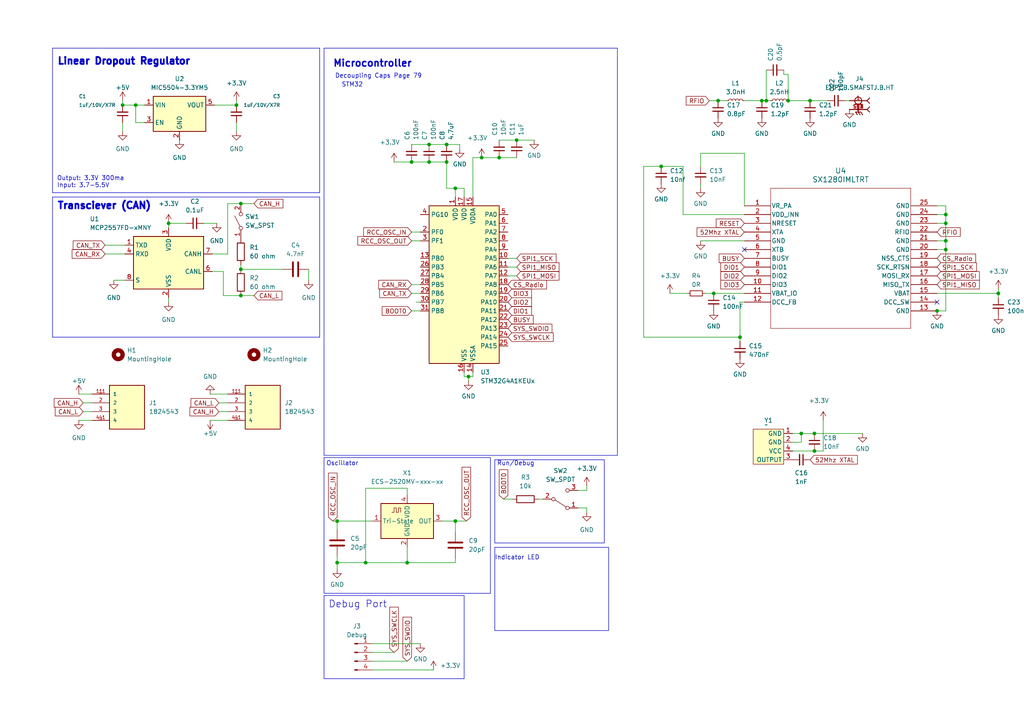
<source format=kicad_sch>
(kicad_sch (version 20230121) (generator eeschema)
  (paper "A4")
  (lib_symbols
    (symbol "+3.3V_1" (power) (pin_names (offset 0))
      (property "Value" "+3.3V_1" (at 0 3.556 0))
      (symbol "+3.3V_1_0_1"
        (polyline (pts (xy -0.762 1.27) (xy 0 2.54)))
        (polyline (pts (xy 0 0) (xy 0 2.54)))
        (polyline (pts (xy 0 2.54) (xy 0.762 1.27)))
      )
      (symbol "+3.3V_1_1_1"
        (pin power_in line (at 0 0 90) (length 0) hide (name "+3.3V") (number "1"))
      )
    )
    (symbol "+3.3V_2" (power) (pin_names (offset 0))
      (property "Value" "+3.3V_2" (at 0 3.556 0))
      (symbol "+3.3V_2_0_1"
        (polyline (pts (xy -0.762 1.27) (xy 0 2.54)))
        (polyline (pts (xy 0 0) (xy 0 2.54)))
        (polyline (pts (xy 0 2.54) (xy 0.762 1.27)))
      )
      (symbol "+3.3V_2_1_1"
        (pin power_in line (at 0 0 90) (length 0) hide (name "+3.3V") (number "1"))
      )
    )
    (symbol "Connector:1824543" (pin_names (offset 1.016))
      (property "Reference" "J" (at -5.08 5.842 0))
      (property "Value" "1824543" (at -5.08 -10.16 0))
      (symbol "1824543_0_0"
        (rectangle (start -5.08 -7.62) (end 5.08 5.08) (stroke (width 0.254)) (fill (type background)))
        (pin passive line (at -10.16 2.54 0) (length 5.08) (name "1") (number "1"))
        (pin passive line (at -10.16 2.54 0) (length 5.08) (name "1") (number "1_1"))
        (pin passive line (at -10.16 0 0) (length 5.08) (name "2") (number "2"))
        (pin passive line (at -10.16 -2.54 0) (length 5.08) (name "3") (number "3"))
        (pin passive line (at -10.16 -5.08 0) (length 5.08) (name "4") (number "4"))
        (pin passive line (at -10.16 -5.08 0) (length 5.08) (name "4") (number "4_1"))
      )
    )
    (symbol "Connector:Conn_01x04_Pin" (pin_names (offset 1.016) hide)
      (property "Reference" "J" (at 0 5.08 0))
      (property "Value" "Conn_01x04_Pin" (at 0 -7.62 0))
      (symbol "Conn_01x04_Pin_1_1"
        (polyline (pts (xy 1.27 -5.08) (xy 0.8636 -5.08)) (stroke (width 0.1524)))
        (polyline (pts (xy 1.27 -2.54) (xy 0.8636 -2.54)) (stroke (width 0.1524)))
        (polyline (pts (xy 1.27 0) (xy 0.8636 0)) (stroke (width 0.1524)))
        (polyline (pts (xy 1.27 2.54) (xy 0.8636 2.54)) (stroke (width 0.1524)))
        (rectangle (start 0.8636 -4.953) (end 0 -5.207) (stroke (width 0.1524)) (fill (type outline)))
        (rectangle (start 0.8636 -2.413) (end 0 -2.667) (stroke (width 0.1524)) (fill (type outline)))
        (rectangle (start 0.8636 0.127) (end 0 -0.127) (stroke (width 0.1524)) (fill (type outline)))
        (rectangle (start 0.8636 2.667) (end 0 2.413) (stroke (width 0.1524)) (fill (type outline)))
        (pin passive line (at 5.08 2.54 180) (length 3.81) (name "Pin_1") (number "1"))
        (pin passive line (at 5.08 0 180) (length 3.81) (name "Pin_2") (number "2"))
        (pin passive line (at 5.08 -2.54 180) (length 3.81) (name "Pin_3") (number "3"))
        (pin passive line (at 5.08 -5.08 180) (length 3.81) (name "Pin_4") (number "4"))
      )
    )
    (symbol "Device:C" (pin_numbers hide) (pin_names (offset 0.254))
      (property "Reference" "C" (at 0.635 2.54 0))
      (property "Value" "C" (at 0.635 -2.54 0))
      (symbol "C_0_1"
        (polyline (pts (xy -2.032 -0.762) (xy 2.032 -0.762)) (stroke (width 0.508)))
        (polyline (pts (xy -2.032 0.762) (xy 2.032 0.762)) (stroke (width 0.508)))
      )
      (symbol "C_1_1"
        (pin passive line (at 0 3.81 270) (length 2.794) (name "~") (number "1"))
        (pin passive line (at 0 -3.81 90) (length 2.794) (name "~") (number "2"))
      )
    )
    (symbol "Device:C_Small" (pin_numbers hide) (pin_names (offset 0.254) hide)
      (property "Reference" "C" (at 0.254 1.778 0))
      (property "Value" "C_Small" (at 0.254 -2.032 0))
      (symbol "C_Small_0_1"
        (polyline (pts (xy -1.524 -0.508) (xy 1.524 -0.508)) (stroke (width 0.3302)))
        (polyline (pts (xy -1.524 0.508) (xy 1.524 0.508)) (stroke (width 0.3048)))
      )
      (symbol "C_Small_1_1"
        (pin passive line (at 0 2.54 270) (length 2.032) (name "~") (number "1"))
        (pin passive line (at 0 -2.54 90) (length 2.032) (name "~") (number "2"))
      )
    )
    (symbol "Device:L_Small" (pin_numbers hide) (pin_names (offset 0.254) hide)
      (property "Reference" "L" (at 0.762 1.016 0))
      (property "Value" "L_Small" (at 0.762 -1.016 0))
      (symbol "L_Small_0_1"
        (arc (start 0 -2.032) (mid 0.5058 -1.524) (end 0 -1.016))
        (arc (start 0 -1.016) (mid 0.5058 -0.508) (end 0 0))
        (arc (start 0 0) (mid 0.5058 0.508) (end 0 1.016))
        (arc (start 0 1.016) (mid 0.5058 1.524) (end 0 2.032))
      )
      (symbol "L_Small_1_1"
        (pin passive line (at 0 2.54 270) (length 0.508) (name "~") (number "1"))
        (pin passive line (at 0 -2.54 90) (length 0.508) (name "~") (number "2"))
      )
    )
    (symbol "Device:R" (pin_numbers hide) (pin_names (offset 0))
      (property "Reference" "R" (at 2.032 0 90))
      (property "Value" "R" (at 0 0 90))
      (symbol "R_0_1"
        (rectangle (start -1.016 -2.54) (end 1.016 2.54) (stroke (width 0.254)))
      )
      (symbol "R_1_1"
        (pin passive line (at 0 3.81 270) (length 1.27) (name "~") (number "1"))
        (pin passive line (at 0 -3.81 90) (length 1.27) (name "~") (number "2"))
      )
    )
    (symbol "Device:R_Small" (pin_numbers hide) (pin_names (offset 0.254) hide)
      (property "Reference" "R" (at 0.762 0.508 0))
      (property "Value" "R_Small" (at 0.762 -1.016 0))
      (symbol "R_Small_0_1"
        (rectangle (start -0.762 1.778) (end 0.762 -1.778) (stroke (width 0.2032)))
      )
      (symbol "R_Small_1_1"
        (pin passive line (at 0 2.54 270) (length 0.762) (name "~") (number "1"))
        (pin passive line (at 0 -2.54 90) (length 0.762) (name "~") (number "2"))
      )
    )
    (symbol "GND_1" (power) (pin_names (offset 0))
      (property "Value" "GND_1" (at 0 -3.81 0))
      (symbol "GND_1_0_1"
        (polyline (pts (xy 0 0) (xy 0 -1.27) (xy 1.27 -1.27) (xy 0 -2.54) (xy -1.27 -1.27) (xy 0 -1.27)))
      )
      (symbol "GND_1_1_1"
        (pin power_in line (at 0 0 270) (length 0) hide (name "GND") (number "1"))
      )
    )
    (symbol "Interface_CAN_LIN:MCP2557FD-xMNY"
      (property "Reference" "U" (at -10.16 10.16 0))
      (property "Value" "MCP2557FD-xMNY" (at 2.54 10.16 0))
      (symbol "MCP2557FD-xMNY_0_1"
        (rectangle (start -10.16 7.62) (end 10.16 -7.62) (stroke (width 0.254)) (fill (type background)))
      )
      (symbol "MCP2557FD-xMNY_1_1"
        (pin input line (at -12.7 5.08 0) (length 2.54) (name "TXD") (number "1"))
        (pin power_in line (at 0 -10.16 90) (length 2.54) (name "VSS") (number "2"))
        (pin power_in line (at 0 10.16 270) (length 2.54) (name "VDD") (number "3"))
        (pin output line (at -12.7 2.54 0) (length 2.54) (name "RXD") (number "4"))
        (pin no_connect line (at -10.16 -2.54 0) (length 2.54) hide (name "NC") (number "5"))
        (pin bidirectional line (at 12.7 -2.54 180) (length 2.54) (name "CANL") (number "6"))
        (pin bidirectional line (at 12.7 2.54 180) (length 2.54) (name "CANH") (number "7"))
        (pin input line (at -12.7 -5.08 0) (length 2.54) (name "S") (number "8"))
        (pin passive line (at 0 -10.16 90) (length 2.54) hide (name "VSS") (number "9"))
      )
    )
    (symbol "MCU_ST_STM32G4:STM32G4A1KEUx"
      (property "Reference" "U" (at -10.16 24.13 0))
      (property "Value" "STM32G4A1KEUx" (at 5.08 24.13 0))
      (symbol "STM32G4A1KEUx_0_1"
        (rectangle (start -10.16 -22.86) (end 10.16 22.86) (stroke (width 0.254)) (fill (type background)))
      )
      (symbol "STM32G4A1KEUx_1_1"
        (pin power_in line (at -2.54 25.4 270) (length 2.54) (name "VDD") (number "1"))
        (pin bidirectional line (at 12.7 7.62 180) (length 2.54) (name "PA5") (number "10"))
        (pin bidirectional line (at 12.7 5.08 180) (length 2.54) (name "PA6") (number "11"))
        (pin bidirectional line (at 12.7 2.54 180) (length 2.54) (name "PA7") (number "12"))
        (pin bidirectional line (at -12.7 7.62 0) (length 2.54) (name "PB0") (number "13"))
        (pin power_in line (at 2.54 -25.4 90) (length 2.54) (name "VSSA") (number "14"))
        (pin power_in line (at 2.54 25.4 270) (length 2.54) (name "VDDA") (number "15"))
        (pin power_in line (at 0 -25.4 90) (length 2.54) (name "VSS") (number "16"))
        (pin power_in line (at 0 25.4 270) (length 2.54) (name "VDD") (number "17"))
        (pin bidirectional line (at 12.7 0 180) (length 2.54) (name "PA8") (number "18"))
        (pin bidirectional line (at 12.7 -2.54 180) (length 2.54) (name "PA9") (number "19"))
        (pin bidirectional line (at -12.7 15.24 0) (length 2.54) (name "PF0") (number "2"))
        (pin bidirectional line (at 12.7 -5.08 180) (length 2.54) (name "PA10") (number "20"))
        (pin bidirectional line (at 12.7 -7.62 180) (length 2.54) (name "PA11") (number "21"))
        (pin bidirectional line (at 12.7 -10.16 180) (length 2.54) (name "PA12") (number "22"))
        (pin bidirectional line (at 12.7 -12.7 180) (length 2.54) (name "PA13") (number "23"))
        (pin bidirectional line (at 12.7 -15.24 180) (length 2.54) (name "PA14") (number "24"))
        (pin bidirectional line (at 12.7 -17.78 180) (length 2.54) (name "PA15") (number "25"))
        (pin bidirectional line (at -12.7 5.08 0) (length 2.54) (name "PB3") (number "26"))
        (pin bidirectional line (at -12.7 2.54 0) (length 2.54) (name "PB4") (number "27"))
        (pin bidirectional line (at -12.7 0 0) (length 2.54) (name "PB5") (number "28"))
        (pin bidirectional line (at -12.7 -2.54 0) (length 2.54) (name "PB6") (number "29"))
        (pin bidirectional line (at -12.7 12.7 0) (length 2.54) (name "PF1") (number "3"))
        (pin bidirectional line (at -12.7 -5.08 0) (length 2.54) (name "PB7") (number "30"))
        (pin bidirectional line (at -12.7 -7.62 0) (length 2.54) (name "PB8") (number "31"))
        (pin passive line (at 0 -25.4 90) (length 2.54) hide (name "VSS") (number "32"))
        (pin passive line (at 0 -25.4 90) (length 2.54) hide (name "VSS") (number "33"))
        (pin bidirectional line (at -12.7 20.32 0) (length 2.54) (name "PG10") (number "4"))
        (pin bidirectional line (at 12.7 20.32 180) (length 2.54) (name "PA0") (number "5"))
        (pin bidirectional line (at 12.7 17.78 180) (length 2.54) (name "PA1") (number "6"))
        (pin bidirectional line (at 12.7 15.24 180) (length 2.54) (name "PA2") (number "7"))
        (pin bidirectional line (at 12.7 12.7 180) (length 2.54) (name "PA3") (number "8"))
        (pin bidirectional line (at 12.7 10.16 180) (length 2.54) (name "PA4") (number "9"))
      )
    )
    (symbol "Mechanical:MountingHole" (pin_names (offset 1.016))
      (property "Reference" "H" (at 0 5.08 0))
      (property "Value" "MountingHole" (at 0 3.175 0))
      (symbol "MountingHole_0_1"
        (circle (center 0 0) (radius 1.27) (stroke (width 1.27)))
      )
    )
    (symbol "Oscillator:ECS-2520MV-xxx-xx"
      (property "Reference" "X" (at -5.08 6.35 0))
      (property "Value" "ECS-2520MV-xxx-xx" (at 1.27 -6.35 0))
      (symbol "ECS-2520MV-xxx-xx_0_1"
        (rectangle (start -7.62 5.08) (end 7.62 -5.08) (stroke (width 0.254)) (fill (type background)))
        (polyline (pts (xy -4.445 2.54) (xy -3.81 2.54) (xy -3.81 3.81) (xy -3.175 3.81) (xy -3.175 2.54) (xy -2.54 2.54) (xy -2.54 3.81) (xy -1.905 3.81) (xy -1.905 2.54)))
      )
      (symbol "ECS-2520MV-xxx-xx_1_1"
        (pin input line (at -10.16 0 0) (length 2.54) (name "Tri-State") (number "1"))
        (pin power_in line (at 0 -7.62 90) (length 2.54) (name "GND") (number "2"))
        (pin output line (at 10.16 0 180) (length 2.54) (name "OUT") (number "3"))
        (pin power_in line (at 0 7.62 270) (length 2.54) (name "VDD") (number "4"))
      )
    )
    (symbol "Regulator_Linear:MIC5504-3.3YM5"
      (property "Reference" "U" (at -7.62 8.89 0))
      (property "Value" "MIC5504-3.3YM5" (at -7.62 6.35 0))
      (symbol "MIC5504-3.3YM5_0_1"
        (rectangle (start -7.62 -5.08) (end 7.62 5.08) (stroke (width 0.254)) (fill (type background)))
      )
      (symbol "MIC5504-3.3YM5_1_1"
        (pin power_in line (at -10.16 2.54 0) (length 2.54) (name "VIN") (number "1"))
        (pin power_in line (at 0 -7.62 90) (length 2.54) (name "GND") (number "2"))
        (pin input line (at -10.16 -2.54 0) (length 2.54) (name "EN") (number "3"))
        (pin no_connect line (at 7.62 -2.54 180) (length 2.54) hide (name "NC") (number "4"))
        (pin power_out line (at 10.16 2.54 180) (length 2.54) (name "VOUT") (number "5"))
      )
    )
    (symbol "SMA:EMPCB.SMAFSTJ.B.HT" (pin_names (offset 1.016))
      (property "Reference" "J" (at -3.8103 4.0644 0))
      (property "Value" "EMPCB.SMAFSTJ.B.HT" (at -4.067 -4.3211 0))
      (symbol "EMPCB.SMAFSTJ.B.HT_0_0"
        (polyline (pts (xy -3.302 -0.762) (xy -2.54 0)) (stroke (width 0.254)))
        (polyline (pts (xy -3.302 0.762) (xy -2.54 0)) (stroke (width 0.254)))
        (polyline (pts (xy -3.302 1.778) (xy -2.54 2.54)) (stroke (width 0.254)))
        (polyline (pts (xy -3.302 3.302) (xy -2.54 2.54)) (stroke (width 0.254)))
        (polyline (pts (xy -2.54 0) (xy 0 0)) (stroke (width 0.254)))
        (polyline (pts (xy -2.54 2.54) (xy 2.54 2.54)) (stroke (width 0.254)))
        (polyline (pts (xy -1.016 1.524) (xy 0 1.524)) (stroke (width 0.254)))
        (polyline (pts (xy -0.762 -0.762) (xy -1.27 -1.524)) (stroke (width 0.254)))
        (polyline (pts (xy 0 -0.762) (xy -0.762 -0.762)) (stroke (width 0.254)))
        (polyline (pts (xy 0 -0.762) (xy -0.508 -1.524)) (stroke (width 0.254)))
        (polyline (pts (xy 0 -0.762) (xy 0.762 -0.762)) (stroke (width 0.254)))
        (polyline (pts (xy 0 0) (xy -2.286 0)) (stroke (width 0.254)))
        (polyline (pts (xy 0 0) (xy 0 -0.762)) (stroke (width 0.254)))
        (polyline (pts (xy 0 1.524) (xy 0 0)) (stroke (width 0.254)))
        (polyline (pts (xy 0 1.524) (xy 1.016 1.524)) (stroke (width 0.254)))
        (polyline (pts (xy 0.762 -0.762) (xy 0.254 -1.524)) (stroke (width 0.254)))
        (polyline (pts (xy 2.54 0) (xy 0 0)) (stroke (width 0.254)))
        (circle (center 0 0) (radius 0.254) (stroke (width 0.254)))
        (circle (center 0 2.54) (radius 1.016) (stroke (width 0.254)))
        (pin passive line (at 2.54 2.54 180) (length 5.08) (name "~") (number "1"))
        (pin passive line (at 2.54 0 180) (length 5.08) (name "~") (number "SH1"))
        (pin passive line (at 2.54 0 180) (length 5.08) (name "~") (number "SH2"))
        (pin passive line (at 2.54 0 180) (length 5.08) (name "~") (number "SH3"))
        (pin passive line (at 2.54 0 180) (length 5.08) (name "~") (number "SH4"))
      )
    )
    (symbol "SX1280:SX1280IMLTRT" (pin_names (offset 0.254))
      (property "Reference" "U" (at 27.94 10.16 0))
      (property "Value" "SX1280IMLTRT" (at 27.94 7.62 0))
      (symbol "SX1280IMLTRT_0_1"
        (polyline (pts (xy 7.62 -35.56) (xy 48.26 -35.56)) (stroke (width 0.127)))
        (polyline (pts (xy 7.62 5.08) (xy 7.62 -35.56)) (stroke (width 0.127)))
        (polyline (pts (xy 48.26 -35.56) (xy 48.26 5.08)) (stroke (width 0.127)))
        (polyline (pts (xy 48.26 5.08) (xy 7.62 5.08)) (stroke (width 0.127)))
        (pin power_in line (at 0 0 0) (length 7.62) (name "VR_PA") (number "1"))
        (pin bidirectional line (at 0 -22.86 0) (length 7.62) (name "DIO3") (number "10"))
        (pin power_in line (at 0 -25.4 0) (length 7.62) (name "VBAT_IO") (number "11"))
        (pin output line (at 0 -27.94 0) (length 7.62) (name "DCC_FB") (number "12"))
        (pin power_out line (at 55.88 -30.48 180) (length 7.62) (name "GND") (number "13"))
        (pin output line (at 55.88 -27.94 180) (length 7.62) (name "DCC_SW") (number "14"))
        (pin power_in line (at 55.88 -25.4 180) (length 7.62) (name "VBAT") (number "15"))
        (pin output line (at 55.88 -22.86 180) (length 7.62) (name "MISO_TX") (number "16"))
        (pin input line (at 55.88 -20.32 180) (length 7.62) (name "MOSI_RX") (number "17"))
        (pin input line (at 55.88 -17.78 180) (length 7.62) (name "SCK_RTSN") (number "18"))
        (pin input line (at 55.88 -15.24 180) (length 7.62) (name "NSS_CTS") (number "19"))
        (pin power_in line (at 0 -2.54 0) (length 7.62) (name "VDD_INN") (number "2"))
        (pin power_out line (at 55.88 -12.7 180) (length 7.62) (name "GND") (number "20"))
        (pin power_out line (at 55.88 -10.16 180) (length 7.62) (name "GND") (number "21"))
        (pin bidirectional line (at 55.88 -7.62 180) (length 7.62) (name "RFIO") (number "22"))
        (pin power_out line (at 55.88 -5.08 180) (length 7.62) (name "GND") (number "23"))
        (pin power_out line (at 55.88 -2.54 180) (length 7.62) (name "GND") (number "24"))
        (pin power_out line (at 55.88 0 180) (length 7.62) (name "GND") (number "25"))
        (pin input line (at 0 -5.08 0) (length 7.62) (name "NRESET") (number "3"))
        (pin bidirectional line (at 0 -7.62 0) (length 7.62) (name "XTA") (number "4"))
        (pin power_out line (at 0 -10.16 0) (length 7.62) (name "GND") (number "5"))
        (pin bidirectional line (at 0 -12.7 0) (length 7.62) (name "XTB") (number "6"))
        (pin output line (at 0 -15.24 0) (length 7.62) (name "BUSY") (number "7"))
        (pin bidirectional line (at 0 -17.78 0) (length 7.62) (name "DIO1") (number "8"))
        (pin bidirectional line (at 0 -20.32 0) (length 7.62) (name "DIO2") (number "9"))
      )
    )
    (symbol "Switch:SW_SPDT" (pin_names (offset 0) hide)
      (property "Reference" "SW" (at 0 4.318 0))
      (property "Value" "SW_SPDT" (at 0 -5.08 0))
      (symbol "SW_SPDT_0_0"
        (circle (center -2.032 0) (radius 0.508))
        (circle (center 2.032 -2.54) (radius 0.508))
      )
      (symbol "SW_SPDT_0_1"
        (polyline (pts (xy -1.524 0.254) (xy 1.651 2.286)))
        (circle (center 2.032 2.54) (radius 0.508))
      )
      (symbol "SW_SPDT_1_1"
        (pin passive line (at 5.08 2.54 180) (length 2.54) (name "A") (number "1"))
        (pin passive line (at -5.08 0 0) (length 2.54) (name "B") (number "2"))
        (pin passive line (at 5.08 -2.54 180) (length 2.54) (name "C") (number "3"))
      )
    )
    (symbol "Switch:SW_SPST" (pin_names (offset 0) hide)
      (property "Reference" "SW" (at 0 3.175 0))
      (property "Value" "SW_SPST" (at 0 -2.54 0))
      (symbol "SW_SPST_0_0"
        (circle (center -2.032 0) (radius 0.508))
        (polyline (pts (xy -1.524 0.254) (xy 1.524 1.778)))
        (circle (center 2.032 0) (radius 0.508))
      )
      (symbol "SW_SPST_1_1"
        (pin passive line (at -5.08 0 0) (length 2.54) (name "A") (number "1"))
        (pin passive line (at 5.08 0 180) (length 2.54) (name "B") (number "2"))
      )
    )
    (symbol "TX0369B:TX0369B"
      (property "Reference" "Y" (at 0 0 0))
      (symbol "TX0369B_1_1"
        (rectangle (start -3.81 -1.27) (end 5.08 -11.43) (fill (type background)))
        (pin input line (at 7.62 -2.54 180) (length 2.54) (name "GND") (number "1"))
        (pin input line (at 7.62 -5.08 180) (length 2.54) (name "GND") (number "2"))
        (pin output line (at 7.62 -10.16 180) (length 2.54) (name "OUTPUT") (number "3"))
        (pin power_in line (at 7.62 -7.62 180) (length 2.54) (name "VCC") (number "4"))
      )
    )
    (symbol "power:+3.3V" (power) (pin_names (offset 0))
      (property "Value" "+3.3V" (at 0 3.556 0))
      (symbol "+3.3V_0_1"
        (polyline (pts (xy -0.762 1.27) (xy 0 2.54)))
        (polyline (pts (xy 0 0) (xy 0 2.54)))
        (polyline (pts (xy 0 2.54) (xy 0.762 1.27)))
      )
      (symbol "+3.3V_1_1"
        (pin power_in line (at 0 0 90) (length 0) hide (name "+3.3V") (number "1"))
      )
    )
    (symbol "power:+5V" (power) (pin_names (offset 0))
      (property "Value" "+5V" (at 0 3.556 0))
      (symbol "+5V_0_1"
        (polyline (pts (xy -0.762 1.27) (xy 0 2.54)))
        (polyline (pts (xy 0 0) (xy 0 2.54)))
        (polyline (pts (xy 0 2.54) (xy 0.762 1.27)))
      )
      (symbol "+5V_1_1"
        (pin power_in line (at 0 0 90) (length 0) hide (name "+5V") (number "1"))
      )
    )
    (symbol "power:GND" (power) (pin_names (offset 0))
      (property "Value" "GND" (at 0 -3.81 0))
      (symbol "GND_0_1"
        (polyline (pts (xy 0 0) (xy 0 -1.27) (xy 1.27 -1.27) (xy 0 -2.54) (xy -1.27 -1.27) (xy 0 -1.27)))
      )
      (symbol "GND_1_1"
        (pin power_in line (at 0 0 270) (length 0) hide (name "GND") (number "1"))
      )
    )
  )
  (junction (at 132.08 151.13))
  (junction (at 124.46 41.91))
  (junction (at 220.98 29.21))
  (junction (at 234.95 29.21))
  (junction (at 144.78 45.72))
  (junction (at 129.54 46.99))
  (junction (at 119.38 46.99))
  (junction (at 191.77 48.26))
  (junction (at 69.85 78.105))
  (junction (at 129.54 41.91))
  (junction (at 274.32 72.39))
  (junction (at 35.56 30.48))
  (junction (at 124.46 46.99))
  (junction (at 274.32 64.77))
  (junction (at 214.63 97.79))
  (junction (at 208.28 29.21))
  (junction (at 97.79 163.195))
  (junction (at 97.79 151.13))
  (junction (at 274.32 62.23))
  (junction (at 274.32 69.85))
  (junction (at 135.89 109.22))
  (junction (at 68.58 30.48))
  (junction (at 228.6 29.21))
  (junction (at 149.86 40.64))
  (junction (at 69.85 85.725))
  (junction (at 222.25 29.21))
  (junction (at 106.045 163.195))
  (junction (at 207.01 85.09))
  (junction (at 236.22 130.81))
  (junction (at 232.41 125.73))
  (junction (at 271.78 90.17))
  (junction (at 289.56 85.09))
  (junction (at 69.85 59.055))
  (junction (at 236.22 125.73))
  (junction (at 139.7 45.72))
  (junction (at 48.895 64.77))
  (junction (at 39.37 30.48))
  (junction (at 118.11 163.195))
  (junction (at 132.08 54.61))
  (no_connect (at 271.78 87.63))
  (no_connect (at 215.9 72.39))
  (wire (pts (xy 69.85 76.835) (xy 69.85 78.105)))
  (wire (pts (xy 274.32 72.39) (xy 274.32 69.85)))
  (wire (pts (xy 133.35 43.18) (xy 133.35 41.91)))
  (wire (pts (xy 156.21 144.78) (xy 157.48 144.78)))
  (wire (pts (xy 220.98 29.21) (xy 222.25 29.21)))
  (polyline (pts (xy 92.71 97.79) (xy 92.71 57.15)))
  (wire (pts (xy 274.32 69.85) (xy 274.32 64.77)))
  (wire (pts (xy 214.63 97.79) (xy 214.63 87.63)))
  (wire (pts (xy 124.46 41.91) (xy 129.54 41.91)))
  (wire (pts (xy 119.38 90.17) (xy 121.92 90.17)))
  (wire (pts (xy 274.32 59.69) (xy 271.78 59.69)))
  (wire (pts (xy 125.73 194.31) (xy 107.95 194.31)))
  (wire (pts (xy 41.91 35.56) (xy 39.37 35.56)))
  (wire (pts (xy 97.79 161.29) (xy 97.79 163.195)))
  (wire (pts (xy 97.79 153.67) (xy 97.79 151.13)))
  (wire (pts (xy 222.25 29.21) (xy 223.52 29.21)))
  (wire (pts (xy 114.3 46.99) (xy 119.38 46.99)))
  (wire (pts (xy 114.3 189.23) (xy 107.95 189.23)))
  (wire (pts (xy 118.11 143.51) (xy 118.11 141.605)))
  (wire (pts (xy 69.85 85.725) (xy 73.66 85.725)))
  (wire (pts (xy 39.37 35.56) (xy 39.37 30.48)))
  (wire (pts (xy 69.85 59.055) (xy 73.66 59.055)))
  (wire (pts (xy 97.79 163.195) (xy 106.045 163.195)))
  (wire (pts (xy 167.64 147.32) (xy 170.18 147.32)))
  (wire (pts (xy 64.77 85.725) (xy 69.85 85.725)))
  (wire (pts (xy 144.78 45.72) (xy 149.86 45.72)))
  (wire (pts (xy 215.9 59.69) (xy 215.9 44.45)))
  (wire (pts (xy 274.32 64.77) (xy 274.32 62.23)))
  (wire (pts (xy 121.92 85.09) (xy 119.38 85.09)))
  (wire (pts (xy 137.16 109.22) (xy 137.16 107.95)))
  (polyline (pts (xy 15.24 13.97) (xy 92.71 13.97)))
  (wire (pts (xy 227.33 20.32) (xy 227.33 21.59)))
  (wire (pts (xy 68.58 38.1) (xy 68.58 35.56)))
  (wire (pts (xy 68.58 30.48) (xy 62.23 30.48)))
  (wire (pts (xy 68.58 30.48) (xy 68.58 29.21)))
  (wire (pts (xy 203.2 69.85) (xy 215.9 69.85)))
  (wire (pts (xy 214.63 87.63) (xy 215.9 87.63)))
  (wire (pts (xy 22.86 114.3) (xy 26.67 114.3)))
  (wire (pts (xy 214.63 97.79) (xy 214.63 99.06)))
  (wire (pts (xy 63.5 116.84) (xy 66.04 116.84)))
  (wire (pts (xy 170.18 147.32) (xy 170.18 148.59)))
  (wire (pts (xy 186.69 97.79) (xy 214.63 97.79)))
  (wire (pts (xy 135.255 151.13) (xy 132.08 151.13)))
  (wire (pts (xy 62.865 64.77) (xy 59.055 64.77)))
  (wire (pts (xy 119.38 69.85) (xy 121.92 69.85)))
  (wire (pts (xy 132.08 151.13) (xy 132.08 154.305)))
  (wire (pts (xy 198.12 48.26) (xy 191.77 48.26)))
  (wire (pts (xy 119.38 67.31) (xy 121.92 67.31)))
  (wire (pts (xy 35.56 30.48) (xy 39.37 30.48)))
  (wire (pts (xy 186.69 48.26) (xy 186.69 97.79)))
  (wire (pts (xy 121.92 186.69) (xy 107.95 186.69)))
  (wire (pts (xy 120.65 87.63) (xy 121.92 87.63)))
  (wire (pts (xy 97.79 165.1) (xy 97.79 163.195)))
  (wire (pts (xy 144.78 40.64) (xy 149.86 40.64)))
  (wire (pts (xy 203.2 44.45) (xy 203.2 48.26)))
  (wire (pts (xy 96.52 151.13) (xy 97.79 151.13)))
  (wire (pts (xy 236.22 125.73) (xy 232.41 125.73)))
  (wire (pts (xy 24.13 116.84) (xy 26.67 116.84)))
  (wire (pts (xy 132.08 57.15) (xy 132.08 54.61)))
  (wire (pts (xy 118.11 191.77) (xy 107.95 191.77)))
  (wire (pts (xy 274.32 90.17) (xy 274.32 72.39)))
  (wire (pts (xy 170.18 142.24) (xy 167.64 142.24)))
  (wire (pts (xy 89.535 81.28) (xy 89.535 78.105)))
  (polyline (pts (xy 15.24 97.79) (xy 92.71 97.79)))
  (wire (pts (xy 228.6 29.21) (xy 234.95 29.21)))
  (wire (pts (xy 128.27 151.13) (xy 132.08 151.13)))
  (wire (pts (xy 135.89 110.49) (xy 135.89 109.22)))
  (wire (pts (xy 203.2 54.61) (xy 203.2 53.34)))
  (wire (pts (xy 35.56 30.48) (xy 35.56 29.21)))
  (wire (pts (xy 271.78 72.39) (xy 274.32 72.39)))
  (wire (pts (xy 30.48 71.12) (xy 36.195 71.12)))
  (polyline (pts (xy 15.24 13.97) (xy 15.24 55.88)))
  (wire (pts (xy 119.38 82.55) (xy 121.92 82.55)))
  (polyline (pts (xy 92.71 57.15) (xy 15.24 57.15)))
  (wire (pts (xy 132.08 161.925) (xy 132.08 163.195)))
  (wire (pts (xy 64.77 78.74) (xy 64.77 85.725)))
  (wire (pts (xy 137.16 45.72) (xy 139.7 45.72)))
  (wire (pts (xy 215.9 44.45) (xy 203.2 44.45)))
  (wire (pts (xy 137.16 45.72) (xy 137.16 57.15)))
  (wire (pts (xy 236.22 130.81) (xy 238.76 130.81)))
  (wire (pts (xy 134.62 107.95) (xy 134.62 109.22)))
  (wire (pts (xy 97.79 151.13) (xy 107.95 151.13)))
  (wire (pts (xy 60.96 121.92) (xy 66.04 121.92)))
  (wire (pts (xy 81.915 78.105) (xy 69.85 78.105)))
  (wire (pts (xy 66.04 59.055) (xy 66.04 73.66)))
  (wire (pts (xy 207.01 85.09) (xy 215.9 85.09)))
  (wire (pts (xy 53.975 64.77) (xy 48.895 64.77)))
  (wire (pts (xy 129.54 54.61) (xy 132.08 54.61)))
  (wire (pts (xy 234.95 29.21) (xy 240.03 29.21)))
  (wire (pts (xy 215.9 29.21) (xy 220.98 29.21)))
  (wire (pts (xy 48.895 87.63) (xy 48.895 86.36)))
  (wire (pts (xy 289.56 83.82) (xy 289.56 85.09)))
  (wire (pts (xy 205.74 29.21) (xy 208.28 29.21)))
  (wire (pts (xy 149.86 74.93) (xy 147.32 74.93)))
  (polyline (pts (xy 15.24 97.79) (xy 15.24 57.15)))
  (wire (pts (xy 134.62 109.22) (xy 135.89 109.22)))
  (wire (pts (xy 24.13 119.38) (xy 26.67 119.38)))
  (wire (pts (xy 232.41 128.27) (xy 232.41 125.73)))
  (wire (pts (xy 149.86 80.01) (xy 147.32 80.01)))
  (wire (pts (xy 289.56 85.09) (xy 289.56 86.36)))
  (wire (pts (xy 33.02 81.28) (xy 36.195 81.28)))
  (wire (pts (xy 229.87 128.27) (xy 232.41 128.27)))
  (wire (pts (xy 119.38 46.99) (xy 124.46 46.99)))
  (wire (pts (xy 63.5 119.38) (xy 66.04 119.38)))
  (wire (pts (xy 271.78 85.09) (xy 289.56 85.09)))
  (wire (pts (xy 132.08 163.195) (xy 118.11 163.195)))
  (wire (pts (xy 222.25 20.32) (xy 222.25 29.21)))
  (wire (pts (xy 215.9 62.23) (xy 198.12 62.23)))
  (wire (pts (xy 149.86 77.47) (xy 147.32 77.47)))
  (wire (pts (xy 271.78 62.23) (xy 274.32 62.23)))
  (wire (pts (xy 204.47 85.09) (xy 207.01 85.09)))
  (wire (pts (xy 186.69 48.26) (xy 191.77 48.26)))
  (wire (pts (xy 198.12 62.23) (xy 198.12 48.26)))
  (wire (pts (xy 250.19 125.73) (xy 236.22 125.73)))
  (wire (pts (xy 149.86 40.64) (xy 154.94 40.64)))
  (wire (pts (xy 228.6 29.21) (xy 228.6 21.59)))
  (wire (pts (xy 170.18 140.97) (xy 170.18 142.24)))
  (wire (pts (xy 245.11 29.21) (xy 246.38 29.21)))
  (wire (pts (xy 61.595 78.74) (xy 64.77 78.74)))
  (wire (pts (xy 39.37 30.48) (xy 41.91 30.48)))
  (wire (pts (xy 227.33 21.59) (xy 228.6 21.59)))
  (wire (pts (xy 146.05 144.78) (xy 148.59 144.78)))
  (polyline (pts (xy 92.71 13.97) (xy 92.71 55.88)))
  (wire (pts (xy 106.045 163.195) (xy 118.11 163.195)))
  (wire (pts (xy 229.87 130.81) (xy 236.22 130.81)))
  (wire (pts (xy 194.31 85.09) (xy 199.39 85.09)))
  (wire (pts (xy 271.78 69.85) (xy 274.32 69.85)))
  (wire (pts (xy 208.28 29.21) (xy 210.82 29.21)))
  (wire (pts (xy 238.76 121.92) (xy 238.76 130.81)))
  (wire (pts (xy 118.11 163.195) (xy 118.11 158.75)))
  (wire (pts (xy 132.08 54.61) (xy 134.62 54.61)))
  (wire (pts (xy 22.86 121.92) (xy 26.67 121.92)))
  (wire (pts (xy 135.89 109.22) (xy 137.16 109.22)))
  (wire (pts (xy 60.96 114.3) (xy 66.04 114.3)))
  (wire (pts (xy 129.54 41.91) (xy 133.35 41.91)))
  (wire (pts (xy 30.48 73.66) (xy 36.195 73.66)))
  (wire (pts (xy 48.895 64.77) (xy 48.895 66.04)))
  (wire (pts (xy 134.62 54.61) (xy 134.62 57.15)))
  (wire (pts (xy 66.04 59.055) (xy 69.85 59.055)))
  (wire (pts (xy 106.045 141.605) (xy 106.045 163.195)))
  (wire (pts (xy 274.32 62.23) (xy 274.32 59.69)))
  (wire (pts (xy 118.11 141.605) (xy 106.045 141.605)))
  (wire (pts (xy 271.78 64.77) (xy 274.32 64.77)))
  (wire (pts (xy 61.595 73.66) (xy 66.04 73.66)))
  (wire (pts (xy 129.54 46.99) (xy 129.54 54.61)))
  (wire (pts (xy 35.56 38.1) (xy 35.56 35.56)))
  (wire (pts (xy 124.46 46.99) (xy 129.54 46.99)))
  (polyline (pts (xy 92.71 55.88) (xy 15.24 55.88)))
  (wire (pts (xy 144.78 45.72) (xy 139.7 45.72)))
  (wire (pts (xy 119.38 41.91) (xy 124.46 41.91)))
  (wire (pts (xy 232.41 125.73) (xy 229.87 125.73)))
  (wire (pts (xy 271.78 90.17) (xy 274.32 90.17)))
  (rectangle (start 143.51 133.35) (end 175.26 157.48))
  (rectangle (start 93.98 132.715) (end 142.24 172.085))
  (rectangle (start 93.98 172.72) (end 134.62 196.85))
  (rectangle (start 143.51 158.75) (end 176.53 182.88))
  (rectangle (start 93.98 13.97) (end 179.07 132.08))
  (text "Debug Port" (at 95.25 176.53 0) (effects (font (size 2 2)) (justify left bottom)))
  (text "STM32" (at 99.06 25.4 0) (effects (font (size 1.27 1.27)) (justify left bottom)))
  (text "Decoupling Caps Page 79\n" (at 97.155 22.86 0) (effects (font (size 1.27 1.27)) (justify left bottom)))
  (text "Output: 3.3V 300ma \nInput: 3.7-5.5V \n" (at 16.51 54.61 0) (effects (font (size 1.27 1.27)) (justify left bottom)))
  (text "Oscillator" (at 94.615 135.255 0) (effects (font (size 1.27 1.27)) (justify left bottom)))
  (text "Transciever (CAN)\n" (at 16.51 60.96 0) (effects (font (size 2 2) (thickness 0.6) bold) (justify left bottom)))
  (text "Microcontroller" (at 96.52 19.685 0) (effects (font (size 2 2) (thickness 0.4) bold) (justify left bottom)))
  (text "Run/Debug" (at 144.145 135.255 0) (effects (font (size 1.27 1.27)) (justify left bottom)))
  (text "Indicator LED\n" (at 143.51 162.56 0) (effects (font (size 1.27 1.27)) (justify left bottom)))
  (text "Linear Dropout Regulator" (at 16.51 19.05 0) (effects (font (size 2 2) (thickness 0.6) bold) (justify left bottom)))
  (global_label "DIO1" (shape input) (at 215.9 77.47 180) (property "Intersheetrefs" "${INTERSHEET_REFS}" (effects hide)))
  (global_label "DIO3" (shape input) (at 147.32 85.09 0) (property "Intersheetrefs" "${INTERSHEET_REFS}" (effects hide)))
  (global_label "CAN_L" (shape input) (at 63.5 116.84 180) (property "Intersheetrefs" "${INTERSHEET_REFS}" (effects hide)))
  (global_label "CAN_RX" (shape input) (at 30.48 73.66 180) (property "Intersheetrefs" "${INTERSHEET_REFS}" (effects hide)))
  (global_label "SYS_SWCLK" (shape input) (at 147.32 97.79 0) (property "Intersheetrefs" "${INTERSHEET_REFS}" (effects hide)))
  (global_label "RFIO" (shape input) (at 205.74 29.21 180) (property "Intersheetrefs" "${INTERSHEET_REFS}" (effects hide)))
  (global_label "CS_Radio" (shape input) (at 271.78 74.93 0) (property "Intersheetrefs" "${INTERSHEET_REFS}" (effects hide)))
  (global_label "SPI1_MOSI" (shape input) (at 149.86 80.01 0) (property "Intersheetrefs" "${INTERSHEET_REFS}" (effects hide)))
  (global_label "SYS_SWDIO" (shape input) (at 118.11 191.77 90) (property "Intersheetrefs" "${INTERSHEET_REFS}" (effects hide)))
  (global_label "RESET" (shape input) (at 215.9 64.77 180) (property "Intersheetrefs" "${INTERSHEET_REFS}" (effects hide)))
  (global_label "DIO2" (shape input) (at 215.9 80.01 180) (property "Intersheetrefs" "${INTERSHEET_REFS}" (effects hide)))
  (global_label "CAN_H" (shape input) (at 24.13 116.84 180) (property "Intersheetrefs" "${INTERSHEET_REFS}" (effects hide)))
  (global_label "CAN_RX" (shape input) (at 119.38 82.55 180) (property "Intersheetrefs" "${INTERSHEET_REFS}" (effects hide)))
  (global_label "CAN_TX" (shape input) (at 119.38 85.09 180) (property "Intersheetrefs" "${INTERSHEET_REFS}" (effects hide)))
  (global_label "CAN_L" (shape input) (at 73.66 85.725 0) (property "Intersheetrefs" "${INTERSHEET_REFS}" (effects hide)))
  (global_label "SPI1_MISO" (shape input) (at 271.78 82.55 0) (property "Intersheetrefs" "${INTERSHEET_REFS}" (effects hide)))
  (global_label "CAN_H" (shape input) (at 63.5 119.38 180) (property "Intersheetrefs" "${INTERSHEET_REFS}" (effects hide)))
  (global_label "CAN_TX" (shape input) (at 30.48 71.12 180) (property "Intersheetrefs" "${INTERSHEET_REFS}" (effects hide)))
  (global_label "SPI1_SCK" (shape input) (at 149.86 74.93 0) (property "Intersheetrefs" "${INTERSHEET_REFS}" (effects hide)))
  (global_label "BOOT0" (shape input) (at 146.05 144.78 90) (property "Intersheetrefs" "${INTERSHEET_REFS}" (effects hide)))
  (global_label "BOOT0" (shape input) (at 119.38 90.17 180) (property "Intersheetrefs" "${INTERSHEET_REFS}" (effects hide)))
  (global_label "SPI1_SCK" (shape input) (at 271.78 77.47 0) (property "Intersheetrefs" "${INTERSHEET_REFS}" (effects hide)))
  (global_label "SPI1_MISO" (shape input) (at 149.86 77.47 0) (property "Intersheetrefs" "${INTERSHEET_REFS}" (effects hide)))
  (global_label "RCC_OSC_OUT" (shape input) (at 119.38 69.85 180) (property "Intersheetrefs" "${INTERSHEET_REFS}" (effects hide)))
  (global_label "RCC_OSC_OUT" (shape input) (at 135.255 151.13 90) (property "Intersheetrefs" "${INTERSHEET_REFS}" (effects hide)))
  (global_label "RCC_OSC_IN" (shape input) (at 96.52 151.13 90) (property "Intersheetrefs" "${INTERSHEET_REFS}" (effects hide)))
  (global_label "SPI1_MOSI" (shape input) (at 271.78 80.01 0) (property "Intersheetrefs" "${INTERSHEET_REFS}" (effects hide)))
  (global_label "BUSY" (shape input) (at 147.32 92.71 0) (property "Intersheetrefs" "${INTERSHEET_REFS}" (effects hide)))
  (global_label "DIO1" (shape input) (at 147.32 90.17 0) (property "Intersheetrefs" "${INTERSHEET_REFS}" (effects hide)))
  (global_label "CAN_H" (shape input) (at 73.66 59.055 0) (property "Intersheetrefs" "${INTERSHEET_REFS}" (effects hide)))
  (global_label "SYS_SWDIO" (shape input) (at 147.32 95.25 0) (property "Intersheetrefs" "${INTERSHEET_REFS}" (effects hide)))
  (global_label "BUSY" (shape input) (at 215.9 74.93 180) (property "Intersheetrefs" "${INTERSHEET_REFS}" (effects hide)))
  (global_label "SYS_SWCLK" (shape input) (at 114.3 189.23 90) (property "Intersheetrefs" "${INTERSHEET_REFS}" (effects hide)))
  (global_label "52Mhz XTAL" (shape input) (at 234.95 133.35 0) (property "Intersheetrefs" "${INTERSHEET_REFS}" (effects hide)))
  (global_label "RFIO" (shape input) (at 271.78 67.31 0) (property "Intersheetrefs" "${INTERSHEET_REFS}" (effects hide)))
  (global_label "DIO3" (shape input) (at 215.9 82.55 180) (property "Intersheetrefs" "${INTERSHEET_REFS}" (effects hide)))
  (global_label "RCC_OSC_IN" (shape input) (at 119.38 67.31 180) (property "Intersheetrefs" "${INTERSHEET_REFS}" (effects hide)))
  (global_label "CAN_L" (shape input) (at 24.13 119.38 180) (property "Intersheetrefs" "${INTERSHEET_REFS}" (effects hide)))
  (global_label "CS_Radio" (shape input) (at 147.32 82.55 0) (property "Intersheetrefs" "${INTERSHEET_REFS}" (effects hide)))
  (global_label "DIO2" (shape input) (at 147.32 87.63 0) (property "Intersheetrefs" "${INTERSHEET_REFS}" (effects hide)))
  (global_label "52Mhz XTAL" (shape input) (at 215.9 67.31 180) (property "Intersheetrefs" "${INTERSHEET_REFS}" (effects hide)))
  (symbol (lib_id "SMA:EMPCB.SMAFSTJ.B.HT") (at 248.92 31.75 0) (mirror y) (unit 1)
    (property "Reference" "J4" (at 249.301 22.86 0))
    (property "Value" "EMPCB.SMAFSTJ.B.HT" (at 249.301 25.4 0))
    (property "Footprint" "SMA:TAOGLAS_EMPCB.SMAFSTJ.B.HT" (effects hide))
    (property "DigiKey_Part_Number" "931-1175-ND" (effects hide))
    (property "MF" "Taoglas Limited" (effects hide))
    (property "Purchase-URL" "https://www.snapeda.com/api/url_track_click_mouser/?unipart_id=231078&manufacturer=Taoglas Limited&part_name=EMPCB.SMAFSTJ.B.HT&search_term=None" (effects hide))
    (property "Package" "None" (effects hide))
    (property "Check_prices" "https://www.snapeda.com/parts/EMPCB.SMAFSTJ.B.HT/Taoglas+Limited/view-part/?ref=eda" (effects hide))
    (property "STANDARD" "Manufacturer Recommendation" (effects hide))
    (property "SnapEDA_Link" "https://www.snapeda.com/parts/EMPCB.SMAFSTJ.B.HT/Taoglas+Limited/view-part/?ref=snap" (effects hide))
    (property "MP" "EMPCB.SMAFSTJ.B.HT" (effects hide))
    (property "Description" "\nSMA Connector Jack, Female Socket 50 Ohms Board Edge, End Launch Solder\n" (effects hide))
    (property "MANUFACTURER" "TAOGLAS" (effects hide))
  )
  (symbol (lib_id "Device:C_Small") (at 144.78 43.18 180) (unit 1)
    (property "Reference" "C10" (at 143.51 39.37 90) (effects (justify right)))
    (property "Value" "10nF" (at 146.05 39.37 90) (effects (justify right)))
    (property "Footprint" "Capacitor_SMD:C_0402_1005Metric" (effects hide))
  )
  (symbol (lib_id "power:+5V") (at 22.86 114.3 0) (unit 1)
    (property "Reference" "#PWR01" (effects hide))
    (property "Value" "+5V" (at 22.86 110.49 0))
  )
  (symbol (lib_id "power:GND") (at 271.78 90.17 0) (unit 1)
    (property "Reference" "#PWR035" (effects hide))
    (property "Value" "GND" (at 271.78 94.615 0))
  )
  (symbol (lib_id "Device:C_Small") (at 35.56 33.02 180) (unit 1)
    (property "Reference" "C1" (at 22.86 27.94 0) (effects (font (size 1 1)) (justify right)))
    (property "Value" "1uF/10V/X7R" (at 22.86 30.48 0) (effects (font (size 1 1)) (justify right)))
    (property "Footprint" "Capacitor_SMD:C_0603_1608Metric" (effects hide))
  )
  (symbol (lib_id "power:GND") (at 220.98 34.29 0) (unit 1)
    (property "Reference" "#PWR033" (effects hide))
    (property "Value" "GND" (at 220.98 38.735 0))
  )
  (symbol (lib_id "Device:C_Small") (at 191.77 50.8 0) (unit 1)
    (property "Reference" "C12" (at 194.31 49.5363 0) (effects (justify left)))
    (property "Value" "10nf" (at 194.31 52.0763 0) (effects (justify left)))
    (property "Footprint" "Capacitor_SMD:C_0402_1005Metric" (effects hide))
  )
  (symbol (lib_id "Device:C_Small") (at 68.58 33.02 0) (mirror x) (unit 1)
    (property "Reference" "C3" (at 81.28 27.94 0) (effects (font (size 1 1)) (justify right)))
    (property "Value" "1uF/10V/X7R" (at 81.28 30.48 0) (effects (font (size 1 1)) (justify right)))
    (property "Footprint" "Capacitor_SMD:C_0603_1608Metric" (effects hide))
  )
  (symbol (lib_id "power:GND") (at 170.18 148.59 0) (unit 1)
    (property "Reference" "#PWR024" (effects hide))
    (property "Value" "GND" (at 170.18 153.67 0))
  )
  (symbol (lib_id "Device:R_Small") (at 201.93 85.09 90) (unit 1)
    (property "Reference" "R4" (at 201.93 80.01 90))
    (property "Value" "0R" (at 201.93 82.55 90))
    (property "Footprint" "Resistor_SMD:R_0402_1005Metric" (effects hide))
  )
  (symbol (lib_id "power:+3.3V") (at 170.18 140.97 0) (unit 1)
    (property "Reference" "#PWR023" (effects hide))
    (property "Value" "+3.3V" (at 170.18 135.89 0))
  )
  (symbol (lib_name "GND_1") (lib_id "power:GND") (at 52.07 40.64 0) (unit 1)
    (property "Reference" "#PWR08" (effects hide))
    (property "Value" "GND" (at 52.07 45.72 0))
  )
  (symbol (lib_id "Device:C") (at 132.08 158.115 0) (unit 1)
    (property "Reference" "C9" (at 135.89 156.8449 0) (effects (justify left)))
    (property "Value" "20pF" (at 135.89 159.3849 0) (effects (justify left)))
    (property "Footprint" "Capacitor_SMD:C_0402_1005Metric" (effects hide))
  )
  (symbol (lib_id "Switch:SW_SPST") (at 69.85 64.135 90) (unit 1)
    (property "Reference" "SW1" (at 71.12 62.8649 90) (effects (justify right)))
    (property "Value" "SW_SPST" (at 71.12 65.4049 90) (effects (justify right)))
    (property "Footprint" "Jumper:SolderJumper-2_P1.3mm_Open_RoundedPad1.0x1.5mm" (effects hide))
  )
  (symbol (lib_id "power:GND") (at 97.79 165.1 0) (unit 1)
    (property "Reference" "#PWR015" (effects hide))
    (property "Value" "GND" (at 97.79 169.545 0))
  )
  (symbol (lib_id "Switch:SW_SPDT") (at 162.56 144.78 0) (mirror x) (unit 1)
    (property "Reference" "SW2" (at 162.56 136.525 0))
    (property "Value" "SW_SPDT" (at 162.56 139.065 0))
    (property "Footprint" "Jumper:SolderJumper-3_P1.3mm_Open_RoundedPad1.0x1.5mm_NumberLabels" (effects hide))
  )
  (symbol (lib_id "Device:C_Small") (at 224.79 20.32 90) (unit 1)
    (property "Reference" "C20" (at 223.5263 17.78 0) (effects (justify left)))
    (property "Value" "0.5pF" (at 226.0663 17.78 0) (effects (justify left)))
    (property "Footprint" "Capacitor_SMD:C_0402_1005Metric" (effects hide))
  )
  (symbol (lib_id "power:+3.3V") (at 48.895 64.77 0) (unit 1)
    (property "Reference" "#PWR06" (effects hide))
    (property "Value" "+3.3V" (at 48.895 59.055 0))
  )
  (symbol (lib_id "power:+3.3V") (at 125.73 194.31 0) (unit 1)
    (property "Reference" "#PWR018" (effects hide))
    (property "Value" "+3.3V" (at 127.635 193.0399 0) (effects (justify left)))
  )
  (symbol (lib_name "+3.3V_2") (lib_id "power:+3.3V") (at 289.56 83.82 0) (unit 1)
    (property "Reference" "#PWR037" (effects hide))
    (property "Value" "+3.3V" (at 289.56 78.74 0))
  )
  (symbol (lib_id "Device:C_Small") (at 234.95 31.75 0) (unit 1)
    (property "Reference" "C21" (at 237.49 30.4863 0) (effects (justify left)))
    (property "Value" "1.2pF" (at 237.49 33.0263 0) (effects (justify left)))
    (property "Footprint" "Capacitor_SMD:C_0402_1005Metric" (effects hide))
  )
  (symbol (lib_id "Interface_CAN_LIN:MCP2557FD-xMNY") (at 48.895 76.2 0) (unit 1)
    (property "Reference" "U1" (at 26.035 63.5 0) (effects (justify left)))
    (property "Value" "MCP2557FD-xMNY" (at 26.035 66.04 0) (effects (justify left)))
    (property "Footprint" "Package_DFN_QFN:TDFN-8-1EP_3x2mm_P0.5mm_EP1.80x1.65mm" (effects hide))
    (property "Datasheet" "https://ww1.microchip.com/downloads/en/DeviceDoc/20005533A.pdf" (effects hide))
  )
  (symbol (lib_id "Device:L_Small") (at 226.06 29.21 90) (unit 1)
    (property "Reference" "L2" (at 226.06 24.13 90))
    (property "Value" "2.5nH" (at 226.06 26.67 90))
    (property "Footprint" "Inductor_SMD:L_0402_1005Metric" (effects hide))
  )
  (symbol (lib_id "Device:C_Small") (at 119.38 44.45 180) (unit 1)
    (property "Reference" "C6" (at 118.11 40.64 90) (effects (justify right)))
    (property "Value" "100nF" (at 120.65 40.64 90) (effects (justify right)))
    (property "Footprint" "Capacitor_SMD:C_0402_1005Metric" (effects hide))
  )
  (symbol (lib_id "power:GND") (at 191.77 53.34 0) (unit 1)
    (property "Reference" "#PWR025" (effects hide))
    (property "Value" "GND" (at 191.77 57.785 0))
  )
  (symbol (lib_id "Regulator_Linear:MIC5504-3.3YM5") (at 52.07 33.02 0) (unit 1)
    (property "Reference" "U2" (at 52.07 22.86 0))
    (property "Value" "MIC5504-3.3YM5" (at 52.07 25.4 0))
    (property "Footprint" "Package_TO_SOT_SMD:SOT-23-5" (effects hide))
    (property "Datasheet" "http://ww1.microchip.com/downloads/en/DeviceDoc/MIC550X.pdf" (effects hide))
  )
  (symbol (lib_id "Device:C_Small") (at 232.41 133.35 270) (unit 1)
    (property "Reference" "C16" (at 232.41 137.16 90))
    (property "Value" "1nF" (at 232.41 139.7 90))
    (property "Footprint" "Capacitor_SMD:C_0402_1005Metric" (effects hide))
  )
  (symbol (lib_id "power:GND") (at 207.01 90.17 0) (unit 1)
    (property "Reference" "#PWR029" (effects hide))
    (property "Value" "GND" (at 207.01 94.615 0))
  )
  (symbol (lib_id "Device:C_Small") (at 208.28 31.75 0) (unit 1)
    (property "Reference" "C17" (at 210.82 30.4863 0) (effects (justify left)))
    (property "Value" "0.8pF" (at 210.82 33.0263 0) (effects (justify left)))
    (property "Footprint" "Capacitor_SMD:C_0402_1005Metric" (effects hide))
  )
  (symbol (lib_id "power:GND") (at 234.95 34.29 0) (unit 1)
    (property "Reference" "#PWR036" (effects hide))
    (property "Value" "GND" (at 234.95 38.735 0))
  )
  (symbol (lib_id "power:+5V") (at 35.56 29.21 0) (unit 1)
    (property "Reference" "#PWR04" (effects hide))
    (property "Value" "+5V" (at 35.56 25.4 0))
  )
  (symbol (lib_id "Device:C_Small") (at 207.01 87.63 0) (unit 1)
    (property "Reference" "C14" (at 209.55 86.3663 0) (effects (justify left)))
    (property "Value" "100nF" (at 209.55 88.9063 0) (effects (justify left)))
    (property "Footprint" "Capacitor_SMD:C_0402_1005Metric" (effects hide))
  )
  (symbol (lib_name "GND_1") (lib_id "power:GND") (at 68.58 38.1 0) (mirror y) (unit 1)
    (property "Reference" "#PWR013" (effects hide))
    (property "Value" "GND" (at 68.58 43.18 0))
  )
  (symbol (lib_id "Connector:Conn_01x04_Pin") (at 102.87 189.23 0) (unit 1)
    (property "Reference" "J3" (at 103.505 181.61 0))
    (property "Value" "Debug" (at 103.505 184.15 0))
    (property "Footprint" "Connector_PinHeader_2.54mm:PinHeader_1x04_P2.54mm_Vertical" (effects hide))
  )
  (symbol (lib_id "Device:C_Small") (at 236.22 128.27 0) (unit 1)
    (property "Reference" "C18" (at 238.76 127.0063 0) (effects (justify left)))
    (property "Value" "10nF" (at 238.76 129.5463 0) (effects (justify left)))
    (property "Footprint" "Capacitor_SMD:C_0402_1005Metric" (effects hide))
  )
  (symbol (lib_id "Device:R") (at 69.85 81.915 0) (unit 1)
    (property "Reference" "R2" (at 72.39 80.645 0) (effects (justify left)))
    (property "Value" "60 ohm" (at 72.39 83.185 0) (effects (justify left)))
    (property "Footprint" "Resistor_SMD:R_0603_1608Metric" (effects hide))
  )
  (symbol (lib_id "Mechanical:MountingHole") (at 34.29 102.87 0) (unit 1)
    (property "Reference" "H1" (at 36.83 101.6 0) (effects (justify left)))
    (property "Value" "MountingHole" (at 36.83 104.14 0) (effects (justify left)))
    (property "Footprint" "MountingHole:MountingHole_3.2mm_M3_DIN965_Pad_TopOnly" (effects hide))
  )
  (symbol (lib_id "power:GND") (at 246.38 31.75 0) (unit 1)
    (property "Reference" "#PWR039" (effects hide))
    (property "Value" "GND" (at 246.38 36.195 0))
  )
  (symbol (lib_id "Connector:1824543") (at 76.2 116.84 0) (unit 1)
    (property "Reference" "J2" (at 82.55 116.84 0) (effects (justify left)))
    (property "Value" "1824543" (at 82.55 119.38 0) (effects (justify left)))
    (property "Footprint" "SMD_Connector:PHOENIX_1824543" (effects hide))
    (property "DigiKey_Part_Number" "277-11572-2-ND" (effects hide))
    (property "MF" "Phoenix Contact" (effects hide))
    (property "MAXIMUM_PACKAGE_HEIGHT" "7.85 mm" (effects hide))
    (property "Package" "None" (effects hide))
    (property "Check_prices" "https://www.snapeda.com/parts/1824543/Phoenix+Contact/view-part/?ref=eda" (effects hide))
    (property "STANDARD" "Manufacturer Recommendations" (effects hide))
    (property "PARTREV" "N/A" (effects hide))
    (property "SnapEDA_Link" "https://www.snapeda.com/parts/1824543/Phoenix+Contact/view-part/?ref=snap" (effects hide))
    (property "MP" "1824543" (effects hide))
    (property "Purchase-URL" "https://www.snapeda.com/api/url_track_click_mouser/?unipart_id=2782095&manufacturer=Phoenix Contact&part_name=1824543&search_term=None" (effects hide))
    (property "Description" "\nPCB Terminal Push-In 3.5mm 16AWG 160V 13.5A 4 Position Combicon Control Series | Phoenix Contact 1824543\n" (effects hide))
    (property "MANUFACTURER" "Phoenix Contact" (effects hide))
  )
  (symbol (lib_id "power:GND") (at 33.02 81.28 0) (unit 1)
    (property "Reference" "#PWR03" (effects hide))
    (property "Value" "GND" (at 33.02 86.36 0))
  )
  (symbol (lib_id "Device:C_Small") (at 56.515 64.77 90) (unit 1)
    (property "Reference" "C2" (at 56.5213 58.42 90))
    (property "Value" "0.1uF" (at 56.5213 60.96 90))
    (property "Footprint" "Capacitor_SMD:C_0402_1005Metric" (effects hide))
  )
  (symbol (lib_id "Device:C_Small") (at 203.2 50.8 0) (unit 1)
    (property "Reference" "C13" (at 205.74 49.5363 0) (effects (justify left)))
    (property "Value" "10nF" (at 205.74 52.0763 0) (effects (justify left)))
    (property "Footprint" "Capacitor_SMD:C_0402_1005Metric" (effects hide))
  )
  (symbol (lib_id "TX0369B:TX0369B") (at 222.25 123.19 0) (unit 1)
    (property "Reference" "Y1" (at 222.885 121.92 0))
    (property "Value" "~" (at 222.25 123.19 0))
    (property "Footprint" "TX0369B:TX0369B" (effects hide))
    (property "Datasheet" "https://www.taisaw.com/upload/product/TX0369B%20_Rev.1.0_.pdf" (effects hide))
  )
  (symbol (lib_id "Connector:1824543") (at 36.83 116.84 0) (unit 1)
    (property "Reference" "J1" (at 43.18 116.84 0) (effects (justify left)))
    (property "Value" "1824543" (at 43.18 119.38 0) (effects (justify left)))
    (property "Footprint" "SMD_Connector:PHOENIX_1824543" (effects hide))
    (property "DigiKey_Part_Number" "277-11572-2-ND" (effects hide))
    (property "MF" "Phoenix Contact" (effects hide))
    (property "MAXIMUM_PACKAGE_HEIGHT" "7.85 mm" (effects hide))
    (property "Package" "None" (effects hide))
    (property "Check_prices" "https://www.snapeda.com/parts/1824543/Phoenix+Contact/view-part/?ref=eda" (effects hide))
    (property "STANDARD" "Manufacturer Recommendations" (effects hide))
    (property "PARTREV" "N/A" (effects hide))
    (property "SnapEDA_Link" "https://www.snapeda.com/parts/1824543/Phoenix+Contact/view-part/?ref=snap" (effects hide))
    (property "MP" "1824543" (effects hide))
    (property "Purchase-URL" "https://www.snapeda.com/api/url_track_click_mouser/?unipart_id=2782095&manufacturer=Phoenix Contact&part_name=1824543&search_term=None" (effects hide))
    (property "Description" "\nPCB Terminal Push-In 3.5mm 16AWG 160V 13.5A 4 Position Combicon Control Series | Phoenix Contact 1824543\n" (effects hide))
    (property "MANUFACTURER" "Phoenix Contact" (effects hide))
  )
  (symbol (lib_id "Device:C_Small") (at 149.86 43.18 180) (unit 1)
    (property "Reference" "C11" (at 148.59 39.37 90) (effects (justify right)))
    (property "Value" "1uF" (at 151.13 39.37 90) (effects (justify right)))
    (property "Footprint" "Capacitor_SMD:C_0402_1005Metric" (effects hide))
  )
  (symbol (lib_id "power:GND") (at 289.56 91.44 0) (unit 1)
    (property "Reference" "#PWR038" (effects hide))
    (property "Value" "GND" (at 289.56 95.885 0))
  )
  (symbol (lib_id "power:GND") (at 89.535 81.28 0) (unit 1)
    (property "Reference" "#PWR014" (effects hide))
    (property "Value" "GND" (at 89.535 86.36 0))
  )
  (symbol (lib_id "Device:C_Small") (at 220.98 31.75 0) (unit 1)
    (property "Reference" "C19" (at 223.52 30.4863 0) (effects (justify left)))
    (property "Value" "1.2pF" (at 223.52 33.0263 0) (effects (justify left)))
    (property "Footprint" "Capacitor_SMD:C_0402_1005Metric" (effects hide))
  )
  (symbol (lib_id "Device:C_Small") (at 242.57 29.21 90) (unit 1)
    (property "Reference" "C22" (at 241.3063 26.67 0) (effects (justify left)))
    (property "Value" "100pF" (at 243.8463 26.67 0) (effects (justify left)))
    (property "Footprint" "Capacitor_SMD:C_0402_1005Metric" (effects hide))
  )
  (symbol (lib_id "power:GND") (at 62.865 64.77 0) (unit 1)
    (property "Reference" "#PWR011" (effects hide))
    (property "Value" "GND" (at 62.865 69.85 0))
  )
  (symbol (lib_id "MCU_ST_STM32G4:STM32G4A1KEUx") (at 134.62 82.55 0) (unit 1)
    (property "Reference" "U3" (at 139.3541 107.95 0) (effects (justify left)))
    (property "Value" "STM32G4A1KEUx" (at 139.3541 110.49 0) (effects (justify left)))
    (property "Footprint" "Package_DFN_QFN:QFN-32-1EP_5x5mm_P0.5mm_EP3.45x3.45mm" (effects hide))
    (property "Datasheet" "https://www.st.com/resource/en/datasheet/stm32g4a1ke.pdf" (effects hide))
  )
  (symbol (lib_id "power:+3.3V") (at 114.3 46.99 0) (unit 1)
    (property "Reference" "#PWR016" (effects hide))
    (property "Value" "+3.3V" (at 113.03 41.275 0))
  )
  (symbol (lib_id "power:GND") (at 154.94 40.64 0) (unit 1)
    (property "Reference" "#PWR022" (effects hide))
    (property "Value" "GND" (at 154.94 45.085 0))
  )
  (symbol (lib_id "Device:C") (at 85.725 78.105 90) (unit 1)
    (property "Reference" "C4" (at 85.725 71.12 90))
    (property "Value" "4.7nF" (at 85.725 73.66 90))
    (property "Footprint" "Capacitor_SMD:C_0402_1005Metric" (effects hide))
  )
  (symbol (lib_name "+3.3V_2") (lib_id "power:+3.3V") (at 194.31 85.09 0) (unit 1)
    (property "Reference" "#PWR026" (effects hide))
    (property "Value" "+3.3V" (at 194.31 80.01 0))
  )
  (symbol (lib_id "power:GND") (at 214.63 104.14 0) (unit 1)
    (property "Reference" "#PWR030" (effects hide))
    (property "Value" "GND" (at 214.63 108.585 0))
  )
  (symbol (lib_id "power:GND") (at 48.895 87.63 0) (unit 1)
    (property "Reference" "#PWR07" (effects hide))
    (property "Value" "GND" (at 48.895 92.71 0))
  )
  (symbol (lib_id "SX1280:SX1280IMLTRT") (at 215.9 59.69 0) (unit 1)
    (property "Reference" "U4" (at 243.84 49.53 0) (effects (font (size 1.524 1.524))))
    (property "Value" "SX1280IMLTRT" (at 243.84 52.07 0) (effects (font (size 1.524 1.524))))
    (property "Footprint" "SX1280:QFN24_4X4_SEM-L" (effects hide))
    (property "Datasheet" "SX1280IMLTRT" (effects hide))
  )
  (symbol (lib_id "Device:L_Small") (at 213.36 29.21 90) (unit 1)
    (property "Reference" "L1" (at 213.36 24.13 90))
    (property "Value" "3.0nH" (at 213.36 26.67 90))
    (property "Footprint" "Inductor_SMD:L_0402_1005Metric" (effects hide))
  )
  (symbol (lib_id "Device:C") (at 97.79 157.48 0) (unit 1)
    (property "Reference" "C5" (at 101.6 156.2099 0) (effects (justify left)))
    (property "Value" "20pF" (at 101.6 158.7499 0) (effects (justify left)))
    (property "Footprint" "Capacitor_SMD:C_0402_1005Metric" (effects hide))
  )
  (symbol (lib_id "Mechanical:MountingHole") (at 73.66 102.87 0) (unit 1)
    (property "Reference" "H2" (at 76.2 101.6 0) (effects (justify left)))
    (property "Value" "MountingHole" (at 76.2 104.14 0) (effects (justify left)))
    (property "Footprint" "MountingHole:MountingHole_3.2mm_M3_DIN965_Pad_TopOnly" (effects hide))
  )
  (symbol (lib_id "Device:C_Small") (at 124.46 44.45 180) (unit 1)
    (property "Reference" "C7" (at 123.19 40.64 90) (effects (justify right)))
    (property "Value" "100nF" (at 125.73 40.64 90) (effects (justify right)))
    (property "Footprint" "Capacitor_SMD:C_0402_1005Metric" (effects hide))
  )
  (symbol (lib_id "power:+3.3V") (at 238.76 121.92 0) (unit 1)
    (property "Reference" "#PWR032" (effects hide))
    (property "Value" "+3.3V" (at 237.49 116.205 0))
  )
  (symbol (lib_id "power:GND") (at 22.86 121.92 0) (unit 1)
    (property "Reference" "#PWR02" (effects hide))
    (property "Value" "GND" (at 22.86 127 0))
  )
  (symbol (lib_id "power:GND") (at 133.35 43.18 0) (unit 1)
    (property "Reference" "#PWR019" (effects hide))
    (property "Value" "GND" (at 133.35 47.625 0))
  )
  (symbol (lib_id "power:+5V") (at 60.96 121.92 0) (mirror x) (unit 1)
    (property "Reference" "#PWR010" (effects hide))
    (property "Value" "+5V" (at 60.96 125.73 0))
  )
  (symbol (lib_id "power:+3.3V") (at 139.7 45.72 0) (unit 1)
    (property "Reference" "#PWR021" (effects hide))
    (property "Value" "+3.3V" (at 138.43 40.005 0))
  )
  (symbol (lib_id "Oscillator:ECS-2520MV-xxx-xx") (at 118.11 151.13 0) (unit 1)
    (property "Reference" "X1" (at 118.11 137.16 0))
    (property "Value" "ECS-2520MV-xxx-xx" (at 118.11 139.7 0))
    (property "Footprint" "Oscillator:Oscillator_SMD_ECS_2520MV-xxx-xx-4Pin_2.5x2.0mm" (effects hide))
    (property "Datasheet" "https://www.ecsxtal.com/store/pdf/ECS-2520MV.pdf" (effects hide))
  )
  (symbol (lib_id "power:GND") (at 135.89 110.49 0) (unit 1)
    (property "Reference" "#PWR020" (effects hide))
    (property "Value" "GND" (at 135.89 114.935 0))
  )
  (symbol (lib_name "GND_1") (lib_id "power:GND") (at 35.56 38.1 0) (unit 1)
    (property "Reference" "#PWR05" (effects hide))
    (property "Value" "GND" (at 35.56 43.18 0))
  )
  (symbol (lib_id "Device:C_Small") (at 214.63 101.6 0) (unit 1)
    (property "Reference" "C15" (at 217.17 100.3363 0) (effects (justify left)))
    (property "Value" "470nF" (at 217.17 102.8763 0) (effects (justify left)))
    (property "Footprint" "Capacitor_SMD:C_0402_1005Metric" (effects hide))
  )
  (symbol (lib_id "Device:C_Small") (at 129.54 44.45 180) (unit 1)
    (property "Reference" "C8" (at 128.27 40.64 90) (effects (justify right)))
    (property "Value" "4.7uF" (at 130.81 40.64 90) (effects (justify right)))
    (property "Footprint" "Capacitor_SMD:C_0402_1005Metric" (effects hide))
  )
  (symbol (lib_id "power:GND") (at 208.28 34.29 0) (unit 1)
    (property "Reference" "#PWR031" (effects hide))
    (property "Value" "GND" (at 208.28 38.735 0))
  )
  (symbol (lib_name "+3.3V_1") (lib_id "power:+3.3V") (at 68.58 29.21 0) (mirror y) (unit 1)
    (property "Reference" "#PWR012" (effects hide))
    (property "Value" "+3.3V" (at 68.58 24.13 0))
  )
  (symbol (lib_id "Device:R") (at 152.4 144.78 90) (unit 1)
    (property "Reference" "R3" (at 152.4 138.43 90))
    (property "Value" "10k" (at 152.4 140.97 90))
    (property "Footprint" "Resistor_SMD:R_0402_1005Metric" (effects hide))
  )
  (symbol (lib_id "Device:R") (at 69.85 73.025 0) (unit 1)
    (property "Reference" "R1" (at 72.39 71.755 0) (effects (justify left)))
    (property "Value" "60 ohm" (at 72.39 74.295 0) (effects (justify left)))
    (property "Footprint" "Resistor_SMD:R_0603_1608Metric" (effects hide))
  )
  (symbol (lib_id "power:GND") (at 60.96 114.3 0) (mirror x) (unit 1)
    (property "Reference" "#PWR09" (effects hide))
    (property "Value" "GND" (at 60.96 109.22 0))
  )
  (symbol (lib_id "power:GND") (at 203.2 69.85 0) (unit 1)
    (property "Reference" "#PWR028" (effects hide))
    (property "Value" "GND" (at 203.2 74.295 0))
  )
  (symbol (lib_id "power:GND") (at 203.2 54.61 0) (unit 1)
    (property "Reference" "#PWR027" (effects hide))
    (property "Value" "GND" (at 203.2 59.055 0))
  )
  (symbol (lib_id "power:GND") (at 121.92 186.69 0) (unit 1)
    (property "Reference" "#PWR017" (effects hide))
    (property "Value" "GND" (at 121.92 191.135 0))
  )
  (symbol (lib_id "Device:C_Small") (at 289.56 88.9 0) (unit 1)
    (property "Reference" "C23" (at 292.1 87.6363 0) (effects (justify left)))
    (property "Value" "100nF" (at 292.1 90.1763 0) (effects (justify left)))
    (property "Footprint" "Capacitor_SMD:C_0402_1005Metric" (effects hide))
  )
  (symbol (lib_id "power:GND") (at 250.19 125.73 0) (unit 1)
    (property "Reference" "#PWR034" (effects hide))
    (property "Value" "GND" (at 250.19 130.175 0))
  )
)
</source>
